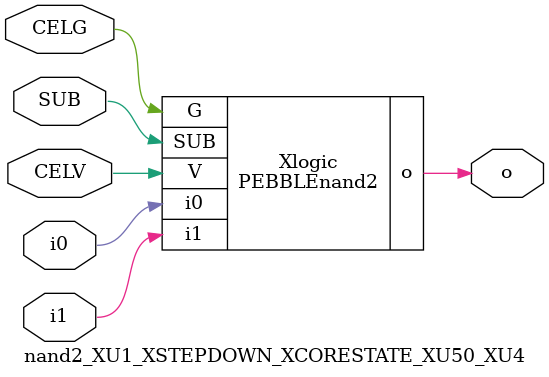
<source format=v>



module PEBBLEnand2 ( o, G, SUB, V, i0, i1 );

  input i0;
  input V;
  input i1;
  input G;
  output o;
  input SUB;
endmodule

//Celera Confidential Do Not Copy nand2_XU1_XSTEPDOWN_XCORESTATE_XU50_XU4
//Celera Confidential Symbol Generator
//5V NAND2
module nand2_XU1_XSTEPDOWN_XCORESTATE_XU50_XU4 (CELV,CELG,i0,i1,o,SUB);
input CELV;
input CELG;
input i0;
input i1;
input SUB;
output o;

//Celera Confidential Do Not Copy nand2
PEBBLEnand2 Xlogic(
.V (CELV),
.i0 (i0),
.i1 (i1),
.o (o),
.SUB (SUB),
.G (CELG)
);
//,diesize,PEBBLEnand2

//Celera Confidential Do Not Copy Module End
//Celera Schematic Generator
endmodule

</source>
